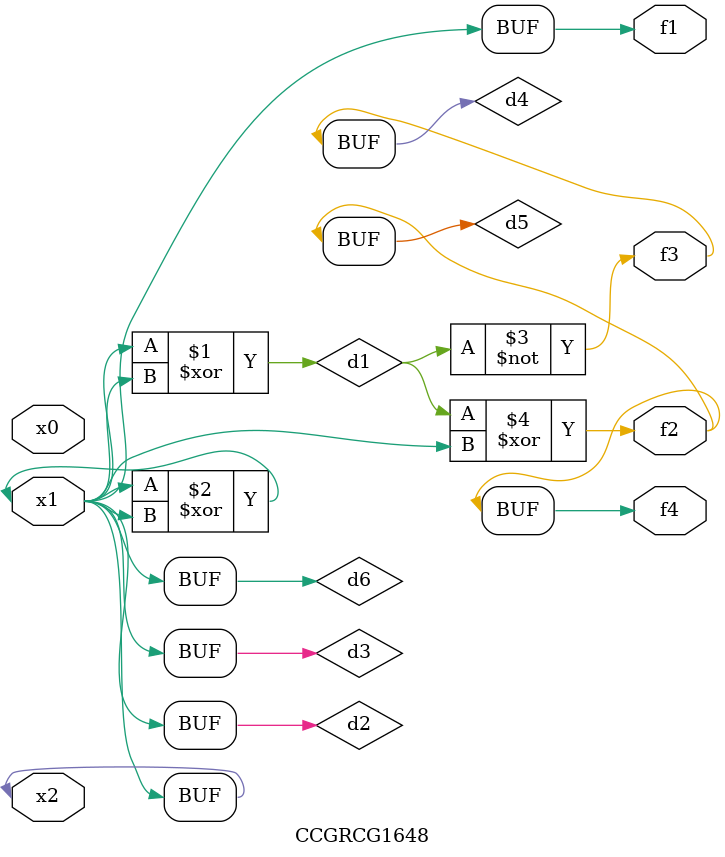
<source format=v>
module CCGRCG1648(
	input x0, x1, x2,
	output f1, f2, f3, f4
);

	wire d1, d2, d3, d4, d5, d6;

	xor (d1, x1, x2);
	buf (d2, x1, x2);
	xor (d3, x1, x2);
	nor (d4, d1);
	xor (d5, d1, d2);
	buf (d6, d2, d3);
	assign f1 = d6;
	assign f2 = d5;
	assign f3 = d4;
	assign f4 = d5;
endmodule

</source>
